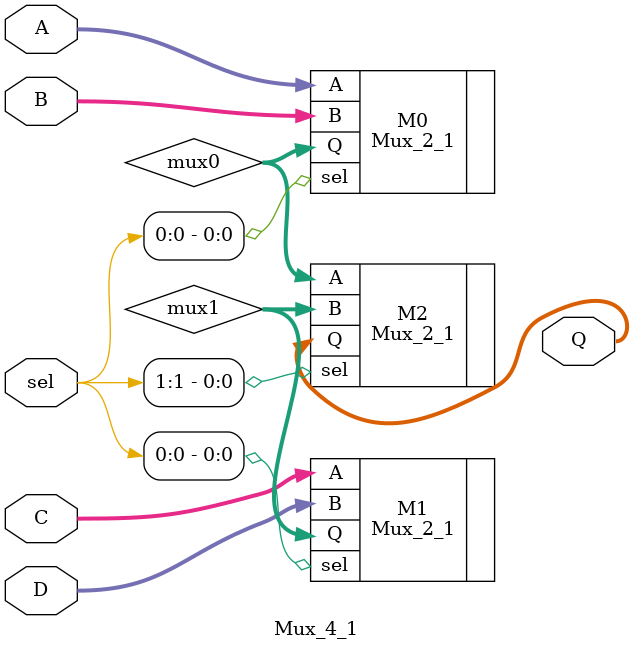
<source format=sv>

module Mux_4_1 #(parameter DATA_WIDTH=8)(
	//Inputs
	input [DATA_WIDTH-1:0]  A,
	input [DATA_WIDTH-1:0]  B,
	input [DATA_WIDTH-1:0]  C,
	input [DATA_WIDTH-1:0]  D,
	input [1:0]             sel,
	//Output
	output [DATA_WIDTH-1:0] Q
);

	//Internal wires
	wire [DATA_WIDTH-1:0] mux0, mux1;

	//Assign both 2 to 1 Muxes to the internal wires
	Mux_2_1  #(.DATA_WIDTH(DATA_WIDTH)) M0 (
		.A(A),
		.B(B),
		.sel(sel[0]),
		.Q(mux0)
	);
	Mux_2_1  #(.DATA_WIDTH(DATA_WIDTH)) M1 (
		.A(C),
		.B(D),
		.sel(sel[0]),
		.Q(mux1)
	);
	
	//Assign final 2 to 1 Mux to output
	Mux_2_1  #(.DATA_WIDTH(DATA_WIDTH)) M2 (
		.A(mux0),
		.B(mux1),
		.sel(sel[1]),
		.Q(Q)
	);

endmodule

</source>
